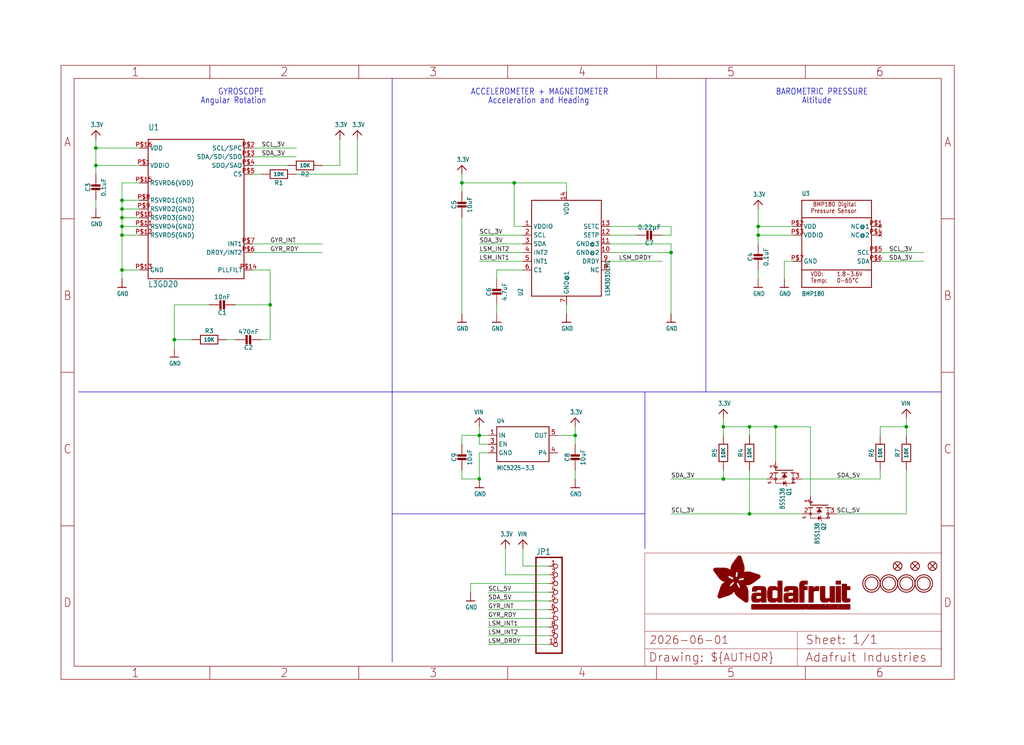
<source format=kicad_sch>
(kicad_sch (version 20230121) (generator eeschema)
  (paper "User" 298.45 217.322)
  (lib_symbols
    (symbol "working-eagle-import:3.3V" (power)
      (property "Value" "3.3V" (at -1.524 1.016 0))
      (symbol "3.3V_1_0"
        (pin power_in line (at 0 -2.54 90) (length 2.54) (name "3.3V") (number "1"))
      )
    )
    (symbol "working-eagle-import:BMP180EXT"
      (property "Reference" "U" (at -10.16 13.97 0))
      (symbol "BMP180EXT_1_0"
        (text "0-65°C" (at 0 -11.43 0) (effects (font (size 1.27 1.0795)) (justify left bottom)))
        (text "1.8-3.6V" (at 0 -9.525 0) (effects (font (size 1.27 1.0795)) (justify left bottom)))
        (text "BMP180 Digital" (at -6.985 10.795 0) (effects (font (size 1.27 1.0795)) (justify left bottom)))
        (text "Pressure Sensor" (at -7.62 8.89 0) (effects (font (size 1.27 1.0795)) (justify left bottom)))
        (text "Temp:" (at -7.62 -11.43 0) (effects (font (size 1.27 1.0795)) (justify left bottom)))
        (text "VDD:" (at -7.62 -9.525 0) (effects (font (size 1.27 1.0795)) (justify left bottom)))
        (pin no_connect line (at 12.7 5.08 180) (length 2.54) (name "NC@1") (number "P$1"))
        (pin power_in line (at -12.7 5.08 0) (length 2.54) (name "VDD") (number "P$2"))
        (pin power_in line (at -12.7 2.54 0) (length 2.54) (name "VDDIO") (number "P$3"))
        (pin no_connect line (at 12.7 2.54 180) (length 2.54) (name "NC@2") (number "P$4"))
        (pin bidirectional line (at 12.7 -2.54 180) (length 2.54) (name "SCL") (number "P$5"))
        (pin bidirectional line (at 12.7 -5.08 180) (length 2.54) (name "SDA") (number "P$6"))
        (pin power_in line (at -12.7 -5.08 0) (length 2.54) (name "GND") (number "P$7"))
      )
    )
    (symbol "working-eagle-import:CAP_CERAMIC_0805MP"
      (property "Reference" "C" (at -2.29 1.25 90))
      (symbol "CAP_CERAMIC_0805MP_1_0"
        (pin passive line (at 0 5.08 270) (length 2.54) (name "1") (number "1"))
        (pin passive line (at 0 -2.54 90) (length 2.54) (name "2") (number "2"))
      )
    )
    (symbol "working-eagle-import:FIDUCIAL{dblquote}{dblquote}")
    (symbol "working-eagle-import:FRAME_A4_ADAFRUIT"
      (symbol "FRAME_A4_ADAFRUIT_1_0"
        (text "${#}/${##}" (at 230.505 10.16 0) (effects (font (size 2.54 2.54)) (justify left bottom)))
        (text "${AUTHOR}" (at 189.23 5.08 0) (effects (font (size 2.286 2.286)) (justify left bottom)))
        (text "${CURRENT_DATE}" (at 171.45 10.16 0) (effects (font (size 2.286 2.286)) (justify left bottom)))
        (text "${PROJECTNAME}" (at 171.45 15.24 0) (effects (font (size 2.54 2.54)) (justify left bottom)))
        (text "1" (at 21.6958 1.905 0) (effects (font (size 2.54 2.286))))
        (text "1" (at 21.6958 177.165 0) (effects (font (size 2.54 2.286))))
        (text "2" (at 65.0875 1.905 0) (effects (font (size 2.54 2.286))))
        (text "2" (at 65.0875 177.165 0) (effects (font (size 2.54 2.286))))
        (text "3" (at 108.4792 1.905 0) (effects (font (size 2.54 2.286))))
        (text "3" (at 108.4792 177.165 0) (effects (font (size 2.54 2.286))))
        (text "4" (at 151.8708 1.905 0) (effects (font (size 2.54 2.286))))
        (text "4" (at 151.8708 177.165 0) (effects (font (size 2.54 2.286))))
        (text "5" (at 195.2625 1.905 0) (effects (font (size 2.54 2.286))))
        (text "5" (at 195.2625 177.165 0) (effects (font (size 2.54 2.286))))
        (text "6" (at 238.6542 1.905 0) (effects (font (size 2.54 2.286))))
        (text "6" (at 238.6542 177.165 0) (effects (font (size 2.54 2.286))))
        (text "A" (at 1.905 156.6863 0) (effects (font (size 2.54 2.286))))
        (text "A" (at 258.445 156.6863 0) (effects (font (size 2.54 2.286))))
        (text "Adafruit Industries" (at 216.916 4.953 0) (effects (font (size 2.54 2.54)) (justify left bottom)))
        (text "B" (at 1.905 111.9188 0) (effects (font (size 2.54 2.286))))
        (text "B" (at 258.445 111.9188 0) (effects (font (size 2.54 2.286))))
        (text "C" (at 1.905 67.1513 0) (effects (font (size 2.54 2.286))))
        (text "C" (at 258.445 67.1513 0) (effects (font (size 2.54 2.286))))
        (text "D" (at 1.905 22.3838 0) (effects (font (size 2.54 2.286))))
        (text "D" (at 258.445 22.3838 0) (effects (font (size 2.54 2.286))))
        (text "Drawing:" (at 171.196 4.953 0) (effects (font (size 2.54 2.54)) (justify left bottom)))
        (text "Sheet:" (at 216.916 10.033 0) (effects (font (size 2.54 2.54)) (justify left bottom)))
      )
    )
    (symbol "working-eagle-import:GND" (power)
      (property "Value" "GND" (at -1.524 -2.54 0))
      (symbol "GND_1_0"
        (pin power_in line (at 0 2.54 270) (length 2.54) (name "GND") (number "1"))
      )
    )
    (symbol "working-eagle-import:GYRO_L3G2400D"
      (property "Reference" "U" (at -15.24 22.86 0))
      (symbol "GYRO_L3G2400D_1_0"
        (pin power_in line (at -17.78 12.7 0) (length 2.54) (name "VDDIO") (number "P$1"))
        (pin bidirectional line (at -17.78 -2.54 0) (length 2.54) (name "RSVRD3(GND)") (number "P$10"))
        (pin bidirectional line (at -17.78 -5.08 0) (length 2.54) (name "RSVRD4(GND)") (number "P$11"))
        (pin bidirectional line (at -17.78 -7.62 0) (length 2.54) (name "RSVRD5(GND)") (number "P$12"))
        (pin bidirectional line (at -17.78 -17.78 0) (length 2.54) (name "GND") (number "P$13"))
        (pin bidirectional line (at 15.24 -17.78 180) (length 2.54) (name "PLLFILT") (number "P$14"))
        (pin bidirectional line (at -17.78 7.62 0) (length 2.54) (name "RSVRD6(VDD)") (number "P$15"))
        (pin bidirectional line (at -17.78 17.78 0) (length 2.54) (name "VDD") (number "P$16"))
        (pin bidirectional line (at 15.24 17.78 180) (length 2.54) (name "SCL/SPC") (number "P$2"))
        (pin bidirectional line (at 15.24 15.24 180) (length 2.54) (name "SDA/SDI/SDO") (number "P$3"))
        (pin bidirectional line (at 15.24 12.7 180) (length 2.54) (name "SDO/SAO") (number "P$4"))
        (pin bidirectional line (at 15.24 10.16 180) (length 2.54) (name "CS") (number "P$5"))
        (pin bidirectional line (at 15.24 -12.7 180) (length 2.54) (name "DRDY/INT2") (number "P$6"))
        (pin bidirectional line (at 15.24 -10.16 180) (length 2.54) (name "INT1") (number "P$7"))
        (pin bidirectional line (at -17.78 2.54 0) (length 2.54) (name "RSVRD1(GND)") (number "P$8"))
        (pin bidirectional line (at -17.78 0 0) (length 2.54) (name "RSVRD2(GND)") (number "P$9"))
      )
    )
    (symbol "working-eagle-import:HEADER-1X10ROUND"
      (property "Reference" "JP" (at -6.35 13.335 0))
      (symbol "HEADER-1X10ROUND_1_0"
        (pin passive inverted (at -2.54 10.16 0) (length 2.54) (name "1") (number "1"))
        (pin passive inverted (at -2.54 -12.7 0) (length 2.54) (name "10") (number "10"))
        (pin passive inverted (at -2.54 7.62 0) (length 2.54) (name "2") (number "2"))
        (pin passive inverted (at -2.54 5.08 0) (length 2.54) (name "3") (number "3"))
        (pin passive inverted (at -2.54 2.54 0) (length 2.54) (name "4") (number "4"))
        (pin passive inverted (at -2.54 0 0) (length 2.54) (name "5") (number "5"))
        (pin passive inverted (at -2.54 -2.54 0) (length 2.54) (name "6") (number "6"))
        (pin passive inverted (at -2.54 -5.08 0) (length 2.54) (name "7") (number "7"))
        (pin passive inverted (at -2.54 -7.62 0) (length 2.54) (name "8") (number "8"))
        (pin passive inverted (at -2.54 -10.16 0) (length 2.54) (name "9") (number "9"))
      )
    )
    (symbol "working-eagle-import:LSM303DLHC"
      (property "Reference" "U" (at -12.7 12.7 0))
      (symbol "LSM303DLHC_1_0"
        (pin power_in line (at 7.62 12.7 270) (length 2.54) (name "VDDIO") (number "1"))
        (pin power_in line (at 0 -12.7 90) (length 2.54) (name "GND@2") (number "10"))
        (pin power_in line (at 2.54 -12.7 90) (length 2.54) (name "GND@3") (number "11"))
        (pin bidirectional line (at 5.08 -12.7 90) (length 2.54) (name "SETP") (number "12"))
        (pin bidirectional line (at 7.62 -12.7 90) (length 2.54) (name "SETC") (number "13"))
        (pin power_in line (at 17.78 0 180) (length 2.54) (name "VDD") (number "14"))
        (pin bidirectional line (at 5.08 12.7 270) (length 2.54) (name "SCL") (number "2"))
        (pin bidirectional line (at 2.54 12.7 270) (length 2.54) (name "SDA") (number "3"))
        (pin output line (at 0 12.7 270) (length 2.54) (name "INT2") (number "4"))
        (pin output line (at -2.54 12.7 270) (length 2.54) (name "INT1") (number "5"))
        (pin bidirectional line (at -5.08 12.7 270) (length 2.54) (name "C1") (number "6"))
        (pin power_in line (at -15.24 0 0) (length 2.54) (name "GND@1") (number "7"))
        (pin bidirectional line (at -5.08 -12.7 90) (length 2.54) (name "NC") (number "8"))
        (pin output line (at -2.54 -12.7 90) (length 2.54) (name "DRDY") (number "9"))
      )
    )
    (symbol "working-eagle-import:MOSFET-NWIDE"
      (property "Reference" "Q" (at 5.08 0.635 0))
      (symbol "MOSFET-NWIDE_1_0"
        (text "D" (at 3.175 3.175 0) (effects (font (size 0.8128 0.6908)) (justify left bottom)))
        (text "G" (at -1.27 -1.905 0) (effects (font (size 0.8128 0.6908)) (justify left bottom)))
        (text "S" (at 3.175 -3.81 0) (effects (font (size 0.8128 0.6908)) (justify left bottom)))
        (pin bidirectional line (at -2.54 -2.54 0) (length 2.54) (name "G") (number "1"))
        (pin bidirectional line (at 2.54 -5.08 90) (length 2.54) (name "S") (number "2"))
        (pin bidirectional line (at 2.54 5.08 270) (length 2.54) (name "D") (number "3"))
      )
    )
    (symbol "working-eagle-import:MOUNTINGHOLE2.5_THICK")
    (symbol "working-eagle-import:RESISTOR_0805MP"
      (property "Reference" "R" (at 0 2.54 0))
      (symbol "RESISTOR_0805MP_1_0"
        (pin passive line (at -5.08 0 0) (length 2.54) (name "1") (number "1"))
        (pin passive line (at 5.08 0 180) (length 2.54) (name "2") (number "2"))
      )
    )
    (symbol "working-eagle-import:VIN" (power)
      (property "Value" "VIN" (at -1.524 1.016 0))
      (symbol "VIN_1_0"
        (pin power_in line (at 0 -2.54 90) (length 2.54) (name "VIN") (number "1"))
      )
    )
    (symbol "working-eagle-import:VREG_SOT23-5"
      (property "Reference" "U" (at -7.62 6.096 0))
      (symbol "VREG_SOT23-5_1_0"
        (pin power_in line (at -10.16 2.54 0) (length 2.54) (name "IN") (number "1"))
        (pin power_in line (at -10.16 -2.54 0) (length 2.54) (name "GND") (number "2"))
        (pin input line (at -10.16 0 0) (length 2.54) (name "EN") (number "3"))
        (pin bidirectional line (at 10.16 -2.54 180) (length 2.54) (name "P4") (number "4"))
        (pin power_in line (at 10.16 2.54 180) (length 2.54) (name "OUT") (number "5"))
      )
    )
  )
  (junction (at 35.56 58.42))
  (junction (at 50.8 99.06))
  (junction (at 167.64 127))
  (junction (at 218.44 124.46))
  (junction (at 139.7 127))
  (junction (at 35.56 78.74))
  (junction (at 27.94 48.26))
  (junction (at 35.56 66.04))
  (junction (at 149.86 53.34))
  (junction (at 27.94 43.18))
  (junction (at 210.82 139.7))
  (junction (at 134.62 53.34))
  (junction (at 35.56 63.5))
  (junction (at 195.58 73.66))
  (junction (at 220.98 66.04))
  (junction (at 139.7 139.7))
  (junction (at 35.56 68.58))
  (junction (at 218.44 149.86))
  (junction (at 226.06 124.46))
  (junction (at 78.74 88.9))
  (junction (at 35.56 60.96))
  (junction (at 210.82 124.46))
  (junction (at 264.16 124.46))
  (junction (at 220.98 68.58))
  (wire (pts (xy 236.22 124.46) (xy 236.22 144.78)) (stroke (width 0.1524)))
  (wire (pts (xy 40.64 58.42) (xy 35.56 58.42)) (stroke (width 0.1524)))
  (wire (pts (xy 35.56 66.04) (xy 35.56 68.58)) (stroke (width 0.1524)))
  (wire (pts (xy 264.16 149.86) (xy 264.16 137.16)) (stroke (width 0.1524)))
  (wire (pts (xy 177.8 73.66) (xy 195.58 73.66)) (stroke (width 0.1524)))
  (wire (pts (xy 78.74 99.06) (xy 78.74 88.9)) (stroke (width 0.1524)))
  (wire (pts (xy 27.94 58.42) (xy 27.94 60.96)) (stroke (width 0.1524)))
  (wire (pts (xy 210.82 137.16) (xy 210.82 139.7)) (stroke (width 0.1524)))
  (wire (pts (xy 177.8 71.12) (xy 195.58 71.12)) (stroke (width 0.1524)))
  (wire (pts (xy 55.88 99.06) (xy 50.8 99.06)) (stroke (width 0.1524)))
  (wire (pts (xy 73.66 78.74) (xy 78.74 78.74)) (stroke (width 0.1524)))
  (wire (pts (xy 40.64 68.58) (xy 35.56 68.58)) (stroke (width 0.1524)))
  (wire (pts (xy 162.56 127) (xy 167.64 127)) (stroke (width 0.1524)))
  (wire (pts (xy 160.02 185.42) (xy 142.24 185.42)) (stroke (width 0.1524)))
  (wire (pts (xy 226.06 124.46) (xy 236.22 124.46)) (stroke (width 0.1524)))
  (wire (pts (xy 233.68 139.7) (xy 256.54 139.7)) (stroke (width 0.1524)))
  (wire (pts (xy 218.44 124.46) (xy 226.06 124.46)) (stroke (width 0.1524)))
  (wire (pts (xy 195.58 66.04) (xy 195.58 68.58)) (stroke (width 0.1524)))
  (wire (pts (xy 73.66 50.8) (xy 76.2 50.8)) (stroke (width 0.1524)))
  (wire (pts (xy 142.24 129.54) (xy 139.7 129.54)) (stroke (width 0.1524)))
  (wire (pts (xy 160.02 175.26) (xy 142.24 175.26)) (stroke (width 0.1524)))
  (wire (pts (xy 210.82 121.92) (xy 210.82 124.46)) (stroke (width 0.1524)))
  (wire (pts (xy 210.82 127) (xy 210.82 124.46)) (stroke (width 0.1524)))
  (wire (pts (xy 165.1 53.34) (xy 165.1 55.88)) (stroke (width 0.1524)))
  (wire (pts (xy 149.86 53.34) (xy 165.1 53.34)) (stroke (width 0.1524)))
  (wire (pts (xy 40.64 78.74) (xy 35.56 78.74)) (stroke (width 0.1524)))
  (wire (pts (xy 134.62 53.34) (xy 134.62 50.8)) (stroke (width 0.1524)))
  (wire (pts (xy 40.64 48.26) (xy 27.94 48.26)) (stroke (width 0.1524)))
  (wire (pts (xy 210.82 124.46) (xy 218.44 124.46)) (stroke (width 0.1524)))
  (wire (pts (xy 27.94 50.8) (xy 27.94 48.26)) (stroke (width 0.1524)))
  (wire (pts (xy 218.44 137.16) (xy 218.44 149.86)) (stroke (width 0.1524)))
  (wire (pts (xy 134.62 55.88) (xy 134.62 53.34)) (stroke (width 0.1524)))
  (wire (pts (xy 220.98 78.74) (xy 220.98 81.28)) (stroke (width 0.1524)))
  (polyline (pts (xy 187.96 149.86) (xy 187.96 114.3)) (stroke (width 0.1524) (type solid)))
  (polyline (pts (xy 114.3 114.3) (xy 187.96 114.3)) (stroke (width 0.1524) (type solid)))
  (wire (pts (xy 231.14 76.2) (xy 228.6 76.2)) (stroke (width 0.1524)))
  (wire (pts (xy 195.58 73.66) (xy 195.58 91.44)) (stroke (width 0.1524)))
  (wire (pts (xy 68.58 99.06) (xy 66.04 99.06)) (stroke (width 0.1524)))
  (polyline (pts (xy 114.3 114.3) (xy 114.3 22.86)) (stroke (width 0.1524) (type solid)))
  (wire (pts (xy 73.66 48.26) (xy 83.82 48.26)) (stroke (width 0.1524)))
  (wire (pts (xy 93.98 48.26) (xy 99.06 48.26)) (stroke (width 0.1524)))
  (wire (pts (xy 256.54 139.7) (xy 256.54 137.16)) (stroke (width 0.1524)))
  (wire (pts (xy 195.58 68.58) (xy 193.04 68.58)) (stroke (width 0.1524)))
  (wire (pts (xy 40.64 63.5) (xy 35.56 63.5)) (stroke (width 0.1524)))
  (wire (pts (xy 160.02 172.72) (xy 142.24 172.72)) (stroke (width 0.1524)))
  (wire (pts (xy 27.94 48.26) (xy 27.94 43.18)) (stroke (width 0.1524)))
  (wire (pts (xy 152.4 73.66) (xy 139.7 73.66)) (stroke (width 0.1524)))
  (wire (pts (xy 152.4 71.12) (xy 139.7 71.12)) (stroke (width 0.1524)))
  (wire (pts (xy 99.06 48.26) (xy 99.06 40.64)) (stroke (width 0.1524)))
  (wire (pts (xy 134.62 129.54) (xy 134.62 127)) (stroke (width 0.1524)))
  (wire (pts (xy 60.96 88.9) (xy 50.8 88.9)) (stroke (width 0.1524)))
  (wire (pts (xy 142.24 187.96) (xy 160.02 187.96)) (stroke (width 0.1524)))
  (wire (pts (xy 160.02 165.1) (xy 152.4 165.1)) (stroke (width 0.1524)))
  (wire (pts (xy 144.78 78.74) (xy 144.78 81.28)) (stroke (width 0.1524)))
  (wire (pts (xy 218.44 127) (xy 218.44 124.46)) (stroke (width 0.1524)))
  (polyline (pts (xy 114.3 149.86) (xy 114.3 114.3)) (stroke (width 0.1524) (type solid)))
  (wire (pts (xy 86.36 50.8) (xy 104.14 50.8)) (stroke (width 0.1524)))
  (wire (pts (xy 177.8 68.58) (xy 185.42 68.58)) (stroke (width 0.1524)))
  (wire (pts (xy 152.4 165.1) (xy 152.4 160.02)) (stroke (width 0.1524)))
  (wire (pts (xy 243.84 149.86) (xy 264.16 149.86)) (stroke (width 0.1524)))
  (wire (pts (xy 220.98 71.12) (xy 220.98 68.58)) (stroke (width 0.1524)))
  (wire (pts (xy 231.14 66.04) (xy 220.98 66.04)) (stroke (width 0.1524)))
  (wire (pts (xy 137.16 170.18) (xy 137.16 172.72)) (stroke (width 0.1524)))
  (wire (pts (xy 233.68 149.86) (xy 218.44 149.86)) (stroke (width 0.1524)))
  (wire (pts (xy 35.56 53.34) (xy 35.56 58.42)) (stroke (width 0.1524)))
  (wire (pts (xy 35.56 68.58) (xy 35.56 78.74)) (stroke (width 0.1524)))
  (wire (pts (xy 149.86 66.04) (xy 149.86 53.34)) (stroke (width 0.1524)))
  (wire (pts (xy 218.44 149.86) (xy 195.58 149.86)) (stroke (width 0.1524)))
  (wire (pts (xy 160.02 182.88) (xy 142.24 182.88)) (stroke (width 0.1524)))
  (wire (pts (xy 40.64 66.04) (xy 35.56 66.04)) (stroke (width 0.1524)))
  (wire (pts (xy 152.4 66.04) (xy 149.86 66.04)) (stroke (width 0.1524)))
  (wire (pts (xy 152.4 68.58) (xy 139.7 68.58)) (stroke (width 0.1524)))
  (wire (pts (xy 256.54 76.2) (xy 269.24 76.2)) (stroke (width 0.1524)))
  (wire (pts (xy 147.32 167.64) (xy 147.32 160.02)) (stroke (width 0.1524)))
  (wire (pts (xy 27.94 43.18) (xy 27.94 40.64)) (stroke (width 0.1524)))
  (polyline (pts (xy 187.96 114.3) (xy 205.74 114.3)) (stroke (width 0.1524) (type solid)))
  (wire (pts (xy 167.64 127) (xy 167.64 129.54)) (stroke (width 0.1524)))
  (wire (pts (xy 152.4 76.2) (xy 139.7 76.2)) (stroke (width 0.1524)))
  (wire (pts (xy 165.1 88.9) (xy 165.1 91.44)) (stroke (width 0.1524)))
  (wire (pts (xy 231.14 68.58) (xy 220.98 68.58)) (stroke (width 0.1524)))
  (wire (pts (xy 73.66 43.18) (xy 86.36 43.18)) (stroke (width 0.1524)))
  (polyline (pts (xy 187.96 160.02) (xy 187.96 149.86)) (stroke (width 0.1524) (type solid)))
  (wire (pts (xy 220.98 68.58) (xy 220.98 66.04)) (stroke (width 0.1524)))
  (polyline (pts (xy 187.96 149.86) (xy 114.3 149.86)) (stroke (width 0.1524) (type solid)))
  (wire (pts (xy 40.64 60.96) (xy 35.56 60.96)) (stroke (width 0.1524)))
  (wire (pts (xy 142.24 180.34) (xy 160.02 180.34)) (stroke (width 0.1524)))
  (wire (pts (xy 134.62 137.16) (xy 134.62 139.7)) (stroke (width 0.1524)))
  (polyline (pts (xy 114.3 193.04) (xy 114.3 149.86)) (stroke (width 0.1524) (type solid)))
  (wire (pts (xy 50.8 88.9) (xy 50.8 99.06)) (stroke (width 0.1524)))
  (wire (pts (xy 149.86 53.34) (xy 134.62 53.34)) (stroke (width 0.1524)))
  (wire (pts (xy 35.56 60.96) (xy 35.56 63.5)) (stroke (width 0.1524)))
  (wire (pts (xy 139.7 129.54) (xy 139.7 127)) (stroke (width 0.1524)))
  (wire (pts (xy 167.64 127) (xy 167.64 124.46)) (stroke (width 0.1524)))
  (wire (pts (xy 195.58 71.12) (xy 195.58 73.66)) (stroke (width 0.1524)))
  (wire (pts (xy 40.64 43.18) (xy 27.94 43.18)) (stroke (width 0.1524)))
  (wire (pts (xy 144.78 88.9) (xy 144.78 91.44)) (stroke (width 0.1524)))
  (wire (pts (xy 142.24 132.08) (xy 139.7 132.08)) (stroke (width 0.1524)))
  (polyline (pts (xy 22.86 114.3) (xy 114.3 114.3)) (stroke (width 0.1524) (type solid)))
  (wire (pts (xy 73.66 73.66) (xy 93.98 73.66)) (stroke (width 0.1524)))
  (wire (pts (xy 68.58 88.9) (xy 78.74 88.9)) (stroke (width 0.1524)))
  (wire (pts (xy 134.62 127) (xy 139.7 127)) (stroke (width 0.1524)))
  (wire (pts (xy 228.6 76.2) (xy 228.6 81.28)) (stroke (width 0.1524)))
  (wire (pts (xy 50.8 99.06) (xy 50.8 101.6)) (stroke (width 0.1524)))
  (wire (pts (xy 142.24 127) (xy 139.7 127)) (stroke (width 0.1524)))
  (polyline (pts (xy 205.74 114.3) (xy 274.32 114.3)) (stroke (width 0.1524) (type solid)))
  (wire (pts (xy 142.24 177.8) (xy 160.02 177.8)) (stroke (width 0.1524)))
  (wire (pts (xy 134.62 63.5) (xy 134.62 91.44)) (stroke (width 0.1524)))
  (wire (pts (xy 167.64 137.16) (xy 167.64 139.7)) (stroke (width 0.1524)))
  (wire (pts (xy 226.06 124.46) (xy 226.06 134.62)) (stroke (width 0.1524)))
  (wire (pts (xy 223.52 139.7) (xy 210.82 139.7)) (stroke (width 0.1524)))
  (wire (pts (xy 35.56 58.42) (xy 35.56 60.96)) (stroke (width 0.1524)))
  (wire (pts (xy 177.8 66.04) (xy 195.58 66.04)) (stroke (width 0.1524)))
  (wire (pts (xy 78.74 88.9) (xy 78.74 78.74)) (stroke (width 0.1524)))
  (wire (pts (xy 73.66 45.72) (xy 86.36 45.72)) (stroke (width 0.1524)))
  (polyline (pts (xy 205.74 114.3) (xy 205.74 22.86)) (stroke (width 0.1524) (type solid)))
  (wire (pts (xy 210.82 139.7) (xy 195.58 139.7)) (stroke (width 0.1524)))
  (wire (pts (xy 73.66 71.12) (xy 93.98 71.12)) (stroke (width 0.1524)))
  (wire (pts (xy 40.64 53.34) (xy 35.56 53.34)) (stroke (width 0.1524)))
  (wire (pts (xy 152.4 78.74) (xy 144.78 78.74)) (stroke (width 0.1524)))
  (wire (pts (xy 35.56 78.74) (xy 35.56 81.28)) (stroke (width 0.1524)))
  (wire (pts (xy 160.02 167.64) (xy 147.32 167.64)) (stroke (width 0.1524)))
  (wire (pts (xy 264.16 124.46) (xy 264.16 121.92)) (stroke (width 0.1524)))
  (wire (pts (xy 220.98 66.04) (xy 220.98 60.96)) (stroke (width 0.1524)))
  (wire (pts (xy 264.16 127) (xy 264.16 124.46)) (stroke (width 0.1524)))
  (wire (pts (xy 177.8 76.2) (xy 193.04 76.2)) (stroke (width 0.1524)))
  (wire (pts (xy 139.7 132.08) (xy 139.7 139.7)) (stroke (width 0.1524)))
  (wire (pts (xy 134.62 139.7) (xy 139.7 139.7)) (stroke (width 0.1524)))
  (wire (pts (xy 139.7 127) (xy 139.7 124.46)) (stroke (width 0.1524)))
  (wire (pts (xy 256.54 73.66) (xy 269.24 73.66)) (stroke (width 0.1524)))
  (wire (pts (xy 256.54 124.46) (xy 264.16 124.46)) (stroke (width 0.1524)))
  (wire (pts (xy 104.14 50.8) (xy 104.14 40.64)) (stroke (width 0.1524)))
  (wire (pts (xy 35.56 63.5) (xy 35.56 66.04)) (stroke (width 0.1524)))
  (wire (pts (xy 256.54 127) (xy 256.54 124.46)) (stroke (width 0.1524)))
  (wire (pts (xy 76.2 99.06) (xy 78.74 99.06)) (stroke (width 0.1524)))
  (wire (pts (xy 160.02 170.18) (xy 137.16 170.18)) (stroke (width 0.1524)))
  (text "Altitude" (at 233.68 30.48 0) (effects (font (size 1.778 1.5113)) (justify left bottom)))
  (text "BAROMETRIC PRESSURE" (at 226.06 27.94 0) (effects (font (size 1.778 1.5113)) (justify left bottom)))
  (text "Angular Rotation" (at 58.42 30.48 0) (effects (font (size 1.778 1.5113)) (justify left bottom)))
  (text "ACCELEROMETER + MAGNETOMETER" (at 137.16 27.94 0) (effects (font (size 1.778 1.5113)) (justify left bottom)))
  (text "GYROSCOPE" (at 63.5 27.94 0) (effects (font (size 1.778 1.5113)) (justify left bottom)))
  (text "Acceleration and Heading" (at 142.24 30.48 0) (effects (font (size 1.778 1.5113)) (justify left bottom)))
  (label "SDA_5V" (at 142.24 175.26 0) (effects (font (size 1.2446 1.2446))))
  (label "SCL_5V" (at 243.84 149.86 0) (effects (font (size 1.2446 1.2446))))
  (label "SDA_3V" (at 76.2 45.72 0) (effects (font (size 1.2446 1.2446))))
  (label "SDA_3V" (at 259.08 76.2 0) (effects (font (size 1.2446 1.2446))))
  (label "LSM_INT1" (at 142.24 182.88 0) (effects (font (size 1.2446 1.2446))))
  (label "SCL_3V" (at 76.2 43.18 0) (effects (font (size 1.2446 1.2446))))
  (label "SCL_3V" (at 139.7 68.58 0) (effects (font (size 1.2446 1.2446))))
  (label "GYR_RDY" (at 142.24 180.34 0) (effects (font (size 1.2446 1.2446))))
  (label "SCL_3V" (at 195.58 149.86 0) (effects (font (size 1.2446 1.2446))))
  (label "SCL_3V" (at 259.08 73.66 0) (effects (font (size 1.2446 1.2446))))
  (label "SDA_3V" (at 139.7 71.12 0) (effects (font (size 1.2446 1.2446))))
  (label "SCL_5V" (at 142.24 172.72 0) (effects (font (size 1.2446 1.2446))))
  (label "LSM_DRDY" (at 142.24 187.96 0) (effects (font (size 1.2446 1.2446))))
  (label "LSM_DRDY" (at 180.34 76.2 0) (effects (font (size 1.2446 1.2446))))
  (label "SDA_5V" (at 243.84 139.7 0) (effects (font (size 1.2446 1.2446))))
  (label "LSM_INT2" (at 139.7 73.66 0) (effects (font (size 1.2446 1.2446))))
  (label "SDA_3V" (at 195.58 139.7 0) (effects (font (size 1.2446 1.2446))))
  (label "LSM_INT1" (at 139.7 76.2 0) (effects (font (size 1.2446 1.2446))))
  (label "LSM_INT2" (at 142.24 185.42 0) (effects (font (size 1.2446 1.2446))))
  (label "GYR_INT" (at 142.24 177.8 0) (effects (font (size 1.2446 1.2446))))
  (label "GYR_INT" (at 78.74 71.12 0) (effects (font (size 1.2446 1.2446))))
  (label "GYR_RDY" (at 78.74 73.66 0) (effects (font (size 1.2446 1.2446))))
  (symbol (lib_id "working-eagle-import:LSM303DLHC") (at 165.1 73.66 90) (unit 1)
    (property "Reference" "U2" (at 152.4 86.36 0) (effects (font (size 1.27 1.0795)) (justify left bottom)))
    (property "Value" "LSM303DLHC" (at 177.8 86.36 0) (effects (font (size 1.27 1.0795)) (justify left bottom)))
    (property "Footprint" "working:LGA14" (effects hide))
  )
  (symbol (lib_id "working-eagle-import:VIN") (at 152.4 157.48 0) (unit 1)
    (property "Reference" "#U$22" (effects hide))
    (property "Value" "VIN" (at 150.876 156.464 0) (effects (font (size 1.27 1.0795)) (justify left bottom)))
  )
  (symbol (lib_id "working-eagle-import:MOSFET-NWIDE") (at 228.6 137.16 270) (unit 1)
    (property "Reference" "Q1" (at 229.235 142.24 0) (effects (font (size 1.27 1.0795)) (justify left bottom)))
    (property "Value" "BSS138" (at 227.33 142.24 0) (effects (font (size 1.27 1.0795)) (justify left bottom)))
    (property "Footprint" "working:SOT23-WIDE" (effects hide))
  )
  (symbol (lib_id "working-eagle-import:CAP_CERAMIC_0805MP") (at 144.78 86.36 0) (unit 1)
    (property "Reference" "C6" (at 142.49 85.11 90))
    (property "Value" "4.7uF" (at 147.08 85.11 90))
    (property "Footprint" "working:_0805MP" (effects hide))
  )
  (symbol (lib_id "working-eagle-import:3.3V") (at 99.06 38.1 0) (unit 1)
    (property "Reference" "#U$2" (effects hide))
    (property "Value" "3.3V" (at 97.536 37.084 0) (effects (font (size 1.27 1.0795)) (justify left bottom)))
  )
  (symbol (lib_id "working-eagle-import:VIN") (at 264.16 119.38 0) (unit 1)
    (property "Reference" "#U$21" (effects hide))
    (property "Value" "VIN" (at 262.636 118.364 0) (effects (font (size 1.27 1.0795)) (justify left bottom)))
  )
  (symbol (lib_id "working-eagle-import:GND") (at 139.7 142.24 0) (unit 1)
    (property "Reference" "#U$19" (effects hide))
    (property "Value" "GND" (at 138.176 144.78 0) (effects (font (size 1.27 1.0795)) (justify left bottom)))
  )
  (symbol (lib_id "working-eagle-import:GND") (at 195.58 93.98 0) (unit 1)
    (property "Reference" "#U$15" (effects hide))
    (property "Value" "GND" (at 194.056 96.52 0) (effects (font (size 1.27 1.0795)) (justify left bottom)))
  )
  (symbol (lib_id "working-eagle-import:VIN") (at 139.7 121.92 0) (unit 1)
    (property "Reference" "#U$18" (effects hide))
    (property "Value" "VIN" (at 138.176 120.904 0) (effects (font (size 1.27 1.0795)) (justify left bottom)))
  )
  (symbol (lib_id "working-eagle-import:CAP_CERAMIC_0805MP") (at 73.66 99.06 90) (unit 1)
    (property "Reference" "C2" (at 72.41 101.35 90))
    (property "Value" "470nF" (at 72.41 96.76 90))
    (property "Footprint" "working:_0805MP" (effects hide))
  )
  (symbol (lib_id "working-eagle-import:RESISTOR_0805MP") (at 218.44 132.08 90) (unit 1)
    (property "Reference" "R4" (at 215.9 132.08 0))
    (property "Value" "10K" (at 218.44 132.08 0) (effects (font (size 1.016 1.016) bold)))
    (property "Footprint" "working:_0805MP" (effects hide))
  )
  (symbol (lib_id "working-eagle-import:GND") (at 167.64 142.24 0) (unit 1)
    (property "Reference" "#U$17" (effects hide))
    (property "Value" "GND" (at 166.116 144.78 0) (effects (font (size 1.27 1.0795)) (justify left bottom)))
  )
  (symbol (lib_id "working-eagle-import:3.3V") (at 27.94 38.1 0) (unit 1)
    (property "Reference" "#U$7" (effects hide))
    (property "Value" "3.3V" (at 26.416 37.084 0) (effects (font (size 1.27 1.0795)) (justify left bottom)))
  )
  (symbol (lib_id "working-eagle-import:GYRO_L3G2400D") (at 58.42 60.96 0) (unit 1)
    (property "Reference" "U1" (at 43.18 38.1 0) (effects (font (size 1.778 1.5113)) (justify left bottom)))
    (property "Value" "L3GD20" (at 43.18 83.82 0) (effects (font (size 1.778 1.5113)) (justify left bottom)))
    (property "Footprint" "working:L3G4200D_LGA16L" (effects hide))
  )
  (symbol (lib_id "working-eagle-import:VREG_SOT23-5") (at 152.4 129.54 0) (unit 1)
    (property "Reference" "U4" (at 144.78 123.444 0) (effects (font (size 1.27 1.0795)) (justify left bottom)))
    (property "Value" "MIC5225-3.3" (at 144.78 137.16 0) (effects (font (size 1.27 1.0795)) (justify left bottom)))
    (property "Footprint" "working:SOT23-5" (effects hide))
  )
  (symbol (lib_id "working-eagle-import:RESISTOR_0805MP") (at 81.28 50.8 180) (unit 1)
    (property "Reference" "R1" (at 81.28 53.34 0))
    (property "Value" "10K" (at 81.28 50.8 0) (effects (font (size 1.016 1.016) bold)))
    (property "Footprint" "working:_0805MP" (effects hide))
  )
  (symbol (lib_id "working-eagle-import:CAP_CERAMIC_0805MP") (at 220.98 76.2 0) (unit 1)
    (property "Reference" "C4" (at 218.69 74.95 90))
    (property "Value" "0.1uF" (at 223.28 74.95 90))
    (property "Footprint" "working:_0805MP" (effects hide))
  )
  (symbol (lib_id "working-eagle-import:CAP_CERAMIC_0805MP") (at 134.62 134.62 0) (unit 1)
    (property "Reference" "C9" (at 132.33 133.37 90))
    (property "Value" "10uF" (at 136.92 133.37 90))
    (property "Footprint" "working:_0805MP" (effects hide))
  )
  (symbol (lib_id "working-eagle-import:CAP_CERAMIC_0805MP") (at 27.94 55.88 0) (unit 1)
    (property "Reference" "C3" (at 25.65 54.63 90))
    (property "Value" "0.1uF" (at 30.24 54.63 90))
    (property "Footprint" "working:_0805MP" (effects hide))
  )
  (symbol (lib_id "working-eagle-import:3.3V") (at 147.32 157.48 0) (unit 1)
    (property "Reference" "#U$23" (effects hide))
    (property "Value" "3.3V" (at 145.796 156.464 0) (effects (font (size 1.27 1.0795)) (justify left bottom)))
  )
  (symbol (lib_id "working-eagle-import:RESISTOR_0805MP") (at 60.96 99.06 0) (unit 1)
    (property "Reference" "R3" (at 60.96 96.52 0))
    (property "Value" "10K" (at 60.96 99.06 0) (effects (font (size 1.016 1.016) bold)))
    (property "Footprint" "working:_0805MP" (effects hide))
  )
  (symbol (lib_id "working-eagle-import:GND") (at 35.56 83.82 0) (unit 1)
    (property "Reference" "#U$3" (effects hide))
    (property "Value" "GND" (at 34.036 86.36 0) (effects (font (size 1.27 1.0795)) (justify left bottom)))
  )
  (symbol (lib_id "working-eagle-import:HEADER-1X10ROUND") (at 162.56 175.26 0) (unit 1)
    (property "Reference" "JP1" (at 156.21 161.925 0) (effects (font (size 1.778 1.5113)) (justify left bottom)))
    (property "Value" "HEADER-1X10ROUND" (effects hide))
    (property "Footprint" "working:1X10_ROUND" (effects hide))
  )
  (symbol (lib_id "working-eagle-import:FIDUCIAL{dblquote}{dblquote}") (at 271.78 165.1 0) (unit 1)
    (property "Reference" "FID1" (effects hide))
    (property "Value" "FIDUCIAL{dblquote}{dblquote}" (effects hide))
    (property "Footprint" "working:FIDUCIAL_1MM" (effects hide))
  )
  (symbol (lib_id "working-eagle-import:RESISTOR_0805MP") (at 210.82 132.08 90) (unit 1)
    (property "Reference" "R5" (at 208.28 132.08 0))
    (property "Value" "10K" (at 210.82 132.08 0) (effects (font (size 1.016 1.016) bold)))
    (property "Footprint" "working:_0805MP" (effects hide))
  )
  (symbol (lib_id "working-eagle-import:MOSFET-NWIDE") (at 238.76 147.32 270) (unit 1)
    (property "Reference" "Q2" (at 239.395 152.4 0) (effects (font (size 1.27 1.0795)) (justify left bottom)))
    (property "Value" "BSS138" (at 237.49 152.4 0) (effects (font (size 1.27 1.0795)) (justify left bottom)))
    (property "Footprint" "working:SOT23-WIDE" (effects hide))
  )
  (symbol (lib_id "working-eagle-import:GND") (at 165.1 93.98 0) (unit 1)
    (property "Reference" "#U$13" (effects hide))
    (property "Value" "GND" (at 163.576 96.52 0) (effects (font (size 1.27 1.0795)) (justify left bottom)))
  )
  (symbol (lib_id "working-eagle-import:GND") (at 137.16 175.26 0) (unit 1)
    (property "Reference" "#U$24" (effects hide))
    (property "Value" "GND" (at 135.636 177.8 0) (effects (font (size 1.27 1.0795)) (justify left bottom)))
  )
  (symbol (lib_id "working-eagle-import:3.3V") (at 104.14 38.1 0) (unit 1)
    (property "Reference" "#U$4" (effects hide))
    (property "Value" "3.3V" (at 102.616 37.084 0) (effects (font (size 1.27 1.0795)) (justify left bottom)))
  )
  (symbol (lib_id "working-eagle-import:FIDUCIAL{dblquote}{dblquote}") (at 261.62 165.1 0) (unit 1)
    (property "Reference" "FID3" (effects hide))
    (property "Value" "FIDUCIAL{dblquote}{dblquote}" (effects hide))
    (property "Footprint" "working:FIDUCIAL_1MM" (effects hide))
  )
  (symbol (lib_id "working-eagle-import:RESISTOR_0805MP") (at 256.54 132.08 90) (unit 1)
    (property "Reference" "R6" (at 254 132.08 0))
    (property "Value" "10K" (at 256.54 132.08 0) (effects (font (size 1.016 1.016) bold)))
    (property "Footprint" "working:_0805MP" (effects hide))
  )
  (symbol (lib_id "working-eagle-import:BMP180EXT") (at 243.84 71.12 0) (unit 1)
    (property "Reference" "U3" (at 233.68 57.15 0) (effects (font (size 1.27 1.0795)) (justify left bottom)))
    (property "Value" "BMP180" (at 233.68 86.36 0) (effects (font (size 1.27 1.0795)) (justify left bottom)))
    (property "Footprint" "working:BMP180_EXTENDED" (effects hide))
  )
  (symbol (lib_id "working-eagle-import:3.3V") (at 220.98 58.42 0) (unit 1)
    (property "Reference" "#U$10" (effects hide))
    (property "Value" "3.3V" (at 219.456 57.404 0) (effects (font (size 1.27 1.0795)) (justify left bottom)))
  )
  (symbol (lib_id "working-eagle-import:MOUNTINGHOLE2.5_THICK") (at 259.08 170.18 0) (unit 1)
    (property "Reference" "U$30" (effects hide))
    (property "Value" "MOUNTINGHOLE2.5_THICK" (effects hide))
    (property "Footprint" "working:MOUNTINGHOLE_2.5_PLATED_THICK" (effects hide))
  )
  (symbol (lib_id "working-eagle-import:RESISTOR_0805MP") (at 88.9 48.26 180) (unit 1)
    (property "Reference" "R2" (at 88.9 50.8 0))
    (property "Value" "10K" (at 88.9 48.26 0) (effects (font (size 1.016 1.016) bold)))
    (property "Footprint" "working:_0805MP" (effects hide))
  )
  (symbol (lib_id "working-eagle-import:3.3V") (at 167.64 121.92 0) (unit 1)
    (property "Reference" "#U$16" (effects hide))
    (property "Value" "3.3V" (at 166.116 120.904 0) (effects (font (size 1.27 1.0795)) (justify left bottom)))
  )
  (symbol (lib_id "working-eagle-import:CAP_CERAMIC_0805MP") (at 134.62 60.96 0) (unit 1)
    (property "Reference" "C5" (at 132.33 59.71 90))
    (property "Value" "10uF" (at 136.92 59.71 90))
    (property "Footprint" "working:_0805MP" (effects hide))
  )
  (symbol (lib_id "working-eagle-import:CAP_CERAMIC_0805MP") (at 190.5 68.58 90) (unit 1)
    (property "Reference" "C7" (at 189.25 70.87 90))
    (property "Value" "0.22µF" (at 189.25 66.28 90))
    (property "Footprint" "working:_0805MP" (effects hide))
  )
  (symbol (lib_id "working-eagle-import:MOUNTINGHOLE2.5_THICK") (at 254 170.18 0) (unit 1)
    (property "Reference" "U$31" (effects hide))
    (property "Value" "MOUNTINGHOLE2.5_THICK" (effects hide))
    (property "Footprint" "working:MOUNTINGHOLE_2.5_PLATED_THICK" (effects hide))
  )
  (symbol (lib_id "working-eagle-import:GND") (at 144.78 93.98 0) (unit 1)
    (property "Reference" "#U$14" (effects hide))
    (property "Value" "GND" (at 143.256 96.52 0) (effects (font (size 1.27 1.0795)) (justify left bottom)))
  )
  (symbol (lib_id "working-eagle-import:3.3V") (at 134.62 48.26 0) (unit 1)
    (property "Reference" "#U$11" (effects hide))
    (property "Value" "3.3V" (at 133.096 47.244 0) (effects (font (size 1.27 1.0795)) (justify left bottom)))
  )
  (symbol (lib_id "working-eagle-import:CAP_CERAMIC_0805MP") (at 66.04 88.9 90) (unit 1)
    (property "Reference" "C1" (at 64.79 91.19 90))
    (property "Value" "10nF" (at 64.79 86.6 90))
    (property "Footprint" "working:_0805MP" (effects hide))
  )
  (symbol (lib_id "working-eagle-import:GND") (at 50.8 104.14 0) (unit 1)
    (property "Reference" "#U$5" (effects hide))
    (property "Value" "GND" (at 49.276 106.68 0) (effects (font (size 1.27 1.0795)) (justify left bottom)))
  )
  (symbol (lib_id "working-eagle-import:FIDUCIAL{dblquote}{dblquote}") (at 266.7 165.1 0) (unit 1)
    (property "Reference" "FID2" (effects hide))
    (property "Value" "FIDUCIAL{dblquote}{dblquote}" (effects hide))
    (property "Footprint" "working:FIDUCIAL_1MM" (effects hide))
  )
  (symbol (lib_id "working-eagle-import:CAP_CERAMIC_0805MP") (at 167.64 134.62 0) (unit 1)
    (property "Reference" "C8" (at 165.35 133.37 90))
    (property "Value" "10uF" (at 169.94 133.37 90))
    (property "Footprint" "working:_0805MP" (effects hide))
  )
  (symbol (lib_id "working-eagle-import:RESISTOR_0805MP") (at 264.16 132.08 90) (unit 1)
    (property "Reference" "R7" (at 261.62 132.08 0))
    (property "Value" "10K" (at 264.16 132.08 0) (effects (font (size 1.016 1.016) bold)))
    (property "Footprint" "working:_0805MP" (effects hide))
  )
  (symbol (lib_id "working-eagle-import:GND") (at 134.62 93.98 0) (unit 1)
    (property "Reference" "#U$12" (effects hide))
    (property "Value" "GND" (at 133.096 96.52 0) (effects (font (size 1.27 1.0795)) (justify left bottom)))
  )
  (symbol (lib_id "working-eagle-import:GND") (at 27.94 63.5 0) (unit 1)
    (property "Reference" "#U$6" (effects hide))
    (property "Value" "GND" (at 26.416 66.04 0) (effects (font (size 1.27 1.0795)) (justify left bottom)))
  )
  (symbol (lib_id "working-eagle-import:3.3V") (at 210.82 119.38 0) (unit 1)
    (property "Reference" "#U$20" (effects hide))
    (property "Value" "3.3V" (at 209.296 118.364 0) (effects (font (size 1.27 1.0795)) (justify left bottom)))
  )
  (symbol (lib_id "working-eagle-import:GND") (at 228.6 83.82 0) (unit 1)
    (property "Reference" "#U$9" (effects hide))
    (property "Value" "GND" (at 227.076 86.36 0) (effects (font (size 1.27 1.0795)) (justify left bottom)))
  )
  (symbol (lib_id "working-eagle-import:GND") (at 220.98 83.82 0) (unit 1)
    (property "Reference" "#U$8" (effects hide))
    (property "Value" "GND" (at 219.456 86.36 0) (effects (font (size 1.27 1.0795)) (justify left bottom)))
  )
  (symbol (lib_id "working-eagle-import:MOUNTINGHOLE2.5_THICK") (at 269.24 170.18 0) (unit 1)
    (property "Reference" "U$28" (effects hide))
    (property "Value" "MOUNTINGHOLE2.5_THICK" (effects hide))
    (property "Footprint" "working:MOUNTINGHOLE_2.5_PLATED_THICK" (effects hide))
  )
  (symbol (lib_id "working-eagle-import:FRAME_A4_ADAFRUIT") (at 17.78 198.12 0) (unit 1)
    (property "Reference" "#U$1" (effects hide))
    (property "Value" "FRAME_A4_ADAFRUIT" (effects hide))
  )
  (symbol (lib_id "working-eagle-import:MOUNTINGHOLE2.5_THICK") (at 264.16 170.18 0) (unit 1)
    (property "Reference" "U$29" (effects hide))
    (property "Value" "MOUNTINGHOLE2.5_THICK" (effects hide))
    (property "Footprint" "working:MOUNTINGHOLE_2.5_PLATED_THICK" (effects hide))
  )
)
</source>
